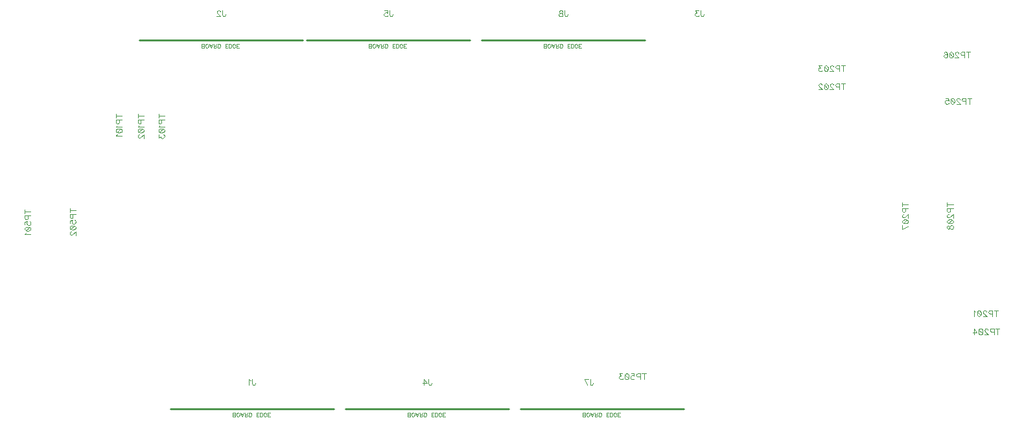
<source format=gbr>
G04 DipTrace 2.4.0.2*
%INBottomAssy.gbr*%
%MOIN*%
%ADD10C,0.0098*%
%ADD12C,0.003*%
%ADD120C,0.0046*%
%FSLAX44Y44*%
G04*
G70*
G90*
G75*
G01*
%LNBotAssy*%
%LPD*%
X10311Y402D2*
D10*
X18689D1*
X8711Y19402D2*
X17089D1*
X19311Y402D2*
X27689D1*
X17311Y19402D2*
X25689D1*
X28311Y402D2*
X36689D1*
X26311Y19402D2*
X34689D1*
X14511Y1939D2*
D120*
Y1710D1*
X14525Y1667D1*
X14539Y1652D1*
X14568Y1638D1*
X14597D1*
X14625Y1652D1*
X14640Y1667D1*
X14654Y1710D1*
Y1738D1*
X14418Y1882D2*
X14389Y1896D1*
X14346Y1939D1*
Y1638D1*
X12975Y20939D2*
Y20710D1*
X12989Y20667D1*
X13004Y20652D1*
X13032Y20638D1*
X13061D1*
X13090Y20652D1*
X13104Y20667D1*
X13119Y20710D1*
Y20738D1*
X12868Y20867D2*
Y20882D1*
X12854Y20910D1*
X12839Y20925D1*
X12810Y20939D1*
X12753D1*
X12725Y20925D1*
X12710Y20910D1*
X12696Y20882D1*
Y20853D1*
X12710Y20824D1*
X12739Y20781D1*
X12882Y20638D1*
X12681D1*
X37575Y20939D2*
Y20710D1*
X37589Y20667D1*
X37604Y20652D1*
X37632Y20638D1*
X37661D1*
X37690Y20652D1*
X37704Y20667D1*
X37719Y20710D1*
Y20738D1*
X37454Y20939D2*
X37296D1*
X37382Y20824D1*
X37339D1*
X37310Y20810D1*
X37296Y20796D1*
X37281Y20753D1*
Y20724D1*
X37296Y20681D1*
X37325Y20652D1*
X37368Y20638D1*
X37411D1*
X37454Y20652D1*
X37468Y20667D1*
X37482Y20695D1*
X23582Y1939D2*
Y1710D1*
X23596Y1667D1*
X23611Y1652D1*
X23640Y1638D1*
X23668D1*
X23697Y1652D1*
X23711Y1667D1*
X23726Y1710D1*
Y1738D1*
X23346Y1638D2*
Y1939D1*
X23489Y1738D1*
X23274D1*
X21575Y20939D2*
Y20710D1*
X21589Y20667D1*
X21604Y20652D1*
X21632Y20638D1*
X21661D1*
X21690Y20652D1*
X21704Y20667D1*
X21719Y20710D1*
Y20738D1*
X21310Y20939D2*
X21454D1*
X21468Y20810D1*
X21454Y20824D1*
X21410Y20839D1*
X21368D1*
X21325Y20824D1*
X21296Y20796D1*
X21281Y20753D1*
Y20724D1*
X21296Y20681D1*
X21325Y20652D1*
X21368Y20638D1*
X21410D1*
X21454Y20652D1*
X21468Y20667D1*
X21482Y20695D1*
X31887Y1939D2*
Y1710D1*
X31902Y1667D1*
X31916Y1652D1*
X31945Y1638D1*
X31974D1*
X32002Y1652D1*
X32016Y1667D1*
X32031Y1710D1*
Y1738D1*
X31737Y1638D2*
X31594Y1939D1*
X31795D1*
X30575Y20939D2*
Y20710D1*
X30589Y20667D1*
X30604Y20652D1*
X30632Y20638D1*
X30661D1*
X30690Y20652D1*
X30704Y20667D1*
X30718Y20710D1*
Y20738D1*
X30411Y20939D2*
X30453Y20925D1*
X30468Y20896D1*
Y20867D1*
X30453Y20839D1*
X30425Y20824D1*
X30367Y20810D1*
X30324Y20796D1*
X30296Y20767D1*
X30282Y20738D1*
Y20695D1*
X30296Y20667D1*
X30310Y20652D1*
X30353Y20638D1*
X30411D1*
X30453Y20652D1*
X30468Y20667D1*
X30482Y20695D1*
Y20738D1*
X30468Y20767D1*
X30439Y20796D1*
X30396Y20810D1*
X30339Y20824D1*
X30310Y20839D1*
X30296Y20867D1*
Y20896D1*
X30310Y20925D1*
X30353Y20939D1*
X30411D1*
X7498Y15503D2*
X7800D1*
X7498Y15604D2*
Y15403D1*
X7656Y15310D2*
Y15181D1*
X7642Y15138D1*
X7627Y15124D1*
X7599Y15109D1*
X7556D1*
X7527Y15124D1*
X7512Y15138D1*
X7498Y15181D1*
Y15310D1*
X7800D1*
X7556Y15017D2*
X7541Y14988D1*
X7498Y14945D1*
X7800D1*
X7498Y14766D2*
X7513Y14809D1*
X7556Y14838D1*
X7627Y14852D1*
X7671D1*
X7742Y14838D1*
X7785Y14809D1*
X7800Y14766D1*
Y14737D1*
X7785Y14694D1*
X7742Y14666D1*
X7671Y14651D1*
X7627D1*
X7556Y14666D1*
X7513Y14694D1*
X7498Y14737D1*
Y14766D1*
X7556Y14666D2*
X7742Y14838D1*
X7556Y14559D2*
X7541Y14530D1*
X7498Y14487D1*
X7800D1*
X8623Y15505D2*
X8925D1*
X8623Y15606D2*
Y15405D1*
X8781Y15312D2*
Y15183D1*
X8767Y15140D1*
X8752Y15126D1*
X8724Y15111D1*
X8681D1*
X8652Y15126D1*
X8637Y15140D1*
X8623Y15183D1*
Y15312D1*
X8925D1*
X8681Y15019D2*
X8666Y14990D1*
X8623Y14947D1*
X8925D1*
X8623Y14768D2*
X8638Y14811D1*
X8681Y14840D1*
X8752Y14854D1*
X8796D1*
X8867Y14840D1*
X8910Y14811D1*
X8925Y14768D1*
Y14739D1*
X8910Y14696D1*
X8867Y14668D1*
X8796Y14653D1*
X8752D1*
X8681Y14668D1*
X8638Y14696D1*
X8623Y14739D1*
Y14768D1*
X8681Y14668D2*
X8867Y14840D1*
X8695Y14546D2*
X8681D1*
X8652Y14532D1*
X8638Y14517D1*
X8623Y14489D1*
Y14431D1*
X8638Y14403D1*
X8652Y14388D1*
X8681Y14374D1*
X8709D1*
X8738Y14388D1*
X8781Y14417D1*
X8925Y14561D1*
Y14360D1*
X9686Y15505D2*
X9987D1*
X9686Y15606D2*
Y15405D1*
X9844Y15312D2*
Y15183D1*
X9829Y15140D1*
X9815Y15126D1*
X9786Y15111D1*
X9743D1*
X9715Y15126D1*
X9700Y15140D1*
X9686Y15183D1*
Y15312D1*
X9987D1*
X9743Y15019D2*
X9729Y14990D1*
X9686Y14947D1*
X9987D1*
X9686Y14768D2*
X9700Y14811D1*
X9743Y14840D1*
X9815Y14854D1*
X9858D1*
X9930Y14840D1*
X9973Y14811D1*
X9987Y14768D1*
Y14739D1*
X9973Y14696D1*
X9930Y14668D1*
X9858Y14653D1*
X9815D1*
X9743Y14668D1*
X9700Y14696D1*
X9686Y14739D1*
Y14768D1*
X9743Y14668D2*
X9930Y14840D1*
X9686Y14532D2*
Y14374D1*
X9801Y14460D1*
Y14417D1*
X9815Y14388D1*
X9829Y14374D1*
X9872Y14360D1*
X9901D1*
X9944Y14374D1*
X9973Y14403D1*
X9987Y14446D1*
Y14489D1*
X9973Y14532D1*
X9958Y14546D1*
X9930Y14561D1*
X52773Y5485D2*
Y5183D1*
X52873Y5485D2*
X52672D1*
X52580Y5327D2*
X52450D1*
X52407Y5341D1*
X52393Y5356D1*
X52379Y5384D1*
Y5427D1*
X52393Y5456D1*
X52407Y5470D1*
X52450Y5485D1*
X52580D1*
Y5183D1*
X52271Y5413D2*
Y5427D1*
X52257Y5456D1*
X52243Y5470D1*
X52214Y5484D1*
X52157D1*
X52128Y5470D1*
X52114Y5456D1*
X52099Y5427D1*
Y5398D1*
X52114Y5370D1*
X52142Y5327D1*
X52286Y5183D1*
X52085D1*
X51906Y5484D2*
X51949Y5470D1*
X51978Y5427D1*
X51992Y5355D1*
Y5312D1*
X51978Y5241D1*
X51949Y5197D1*
X51906Y5183D1*
X51878D1*
X51835Y5197D1*
X51806Y5241D1*
X51791Y5312D1*
Y5355D1*
X51806Y5427D1*
X51835Y5470D1*
X51878Y5484D1*
X51906D1*
X51806Y5427D2*
X51978Y5241D1*
X51699Y5427D2*
X51670Y5441D1*
X51627Y5484D1*
Y5183D1*
X44900Y17172D2*
Y16871D1*
X45000Y17172D2*
X44799D1*
X44707Y17014D2*
X44577D1*
X44534Y17029D1*
X44520Y17043D1*
X44506Y17072D1*
Y17115D1*
X44520Y17143D1*
X44534Y17158D1*
X44577Y17172D1*
X44707D1*
Y16871D1*
X44398Y17100D2*
Y17115D1*
X44384Y17143D1*
X44370Y17158D1*
X44341Y17172D1*
X44284D1*
X44255Y17158D1*
X44241Y17143D1*
X44226Y17115D1*
Y17086D1*
X44241Y17057D1*
X44269Y17014D1*
X44413Y16871D1*
X44212D1*
X44033Y17172D2*
X44076Y17158D1*
X44105Y17115D1*
X44119Y17043D1*
Y17000D1*
X44105Y16928D1*
X44076Y16885D1*
X44033Y16871D1*
X44005D1*
X43961Y16885D1*
X43933Y16928D1*
X43918Y17000D1*
Y17043D1*
X43933Y17115D1*
X43961Y17158D1*
X44005Y17172D1*
X44033D1*
X43933Y17115D2*
X44105Y16928D1*
X43811Y17100D2*
Y17115D1*
X43797Y17143D1*
X43783Y17158D1*
X43754Y17172D1*
X43696D1*
X43668Y17158D1*
X43654Y17143D1*
X43639Y17115D1*
Y17086D1*
X43654Y17057D1*
X43682Y17014D1*
X43826Y16871D1*
X43625D1*
X44900Y18110D2*
Y17808D1*
X45000Y18110D2*
X44799D1*
X44707Y17952D2*
X44577D1*
X44534Y17966D1*
X44520Y17981D1*
X44506Y18009D1*
Y18052D1*
X44520Y18081D1*
X44534Y18095D1*
X44577Y18110D1*
X44707D1*
Y17808D1*
X44398Y18038D2*
Y18052D1*
X44384Y18081D1*
X44370Y18095D1*
X44341Y18109D1*
X44284D1*
X44255Y18095D1*
X44241Y18081D1*
X44226Y18052D1*
Y18023D1*
X44241Y17994D1*
X44269Y17952D1*
X44413Y17808D1*
X44212D1*
X44033Y18109D2*
X44076Y18095D1*
X44105Y18052D1*
X44119Y17980D1*
Y17937D1*
X44105Y17865D1*
X44076Y17822D1*
X44033Y17808D1*
X44005D1*
X43961Y17822D1*
X43933Y17865D1*
X43918Y17937D1*
Y17980D1*
X43933Y18052D1*
X43961Y18095D1*
X44005Y18109D1*
X44033D1*
X43933Y18052D2*
X44105Y17865D1*
X43797Y18109D2*
X43639D1*
X43725Y17994D1*
X43682D1*
X43654Y17980D1*
X43639Y17966D1*
X43625Y17923D1*
Y17894D1*
X43639Y17851D1*
X43668Y17822D1*
X43711Y17808D1*
X43754D1*
X43797Y17822D1*
X43811Y17837D1*
X43826Y17865D1*
X52844Y4547D2*
Y4246D1*
X52945Y4547D2*
X52744D1*
X52651Y4389D2*
X52522D1*
X52479Y4404D1*
X52464Y4418D1*
X52450Y4447D1*
Y4490D1*
X52464Y4518D1*
X52479Y4533D1*
X52522Y4547D1*
X52651D1*
Y4246D1*
X52343Y4475D2*
Y4489D1*
X52329Y4518D1*
X52314Y4533D1*
X52286Y4547D1*
X52228D1*
X52200Y4533D1*
X52185Y4518D1*
X52171Y4489D1*
Y4461D1*
X52185Y4432D1*
X52214Y4389D1*
X52358Y4246D1*
X52157D1*
X51978Y4547D2*
X52021Y4533D1*
X52050Y4489D1*
X52064Y4418D1*
Y4375D1*
X52050Y4303D1*
X52021Y4260D1*
X51978Y4246D1*
X51949D1*
X51906Y4260D1*
X51878Y4303D1*
X51863Y4375D1*
Y4418D1*
X51878Y4489D1*
X51906Y4533D1*
X51949Y4547D1*
X51978D1*
X51878Y4489D2*
X52050Y4303D1*
X51627Y4246D2*
Y4547D1*
X51770Y4346D1*
X51555D1*
X51405Y16424D2*
Y16122D1*
X51506Y16424D2*
X51305D1*
X51212Y16266D2*
X51083D1*
X51040Y16280D1*
X51025Y16295D1*
X51011Y16323D1*
Y16366D1*
X51025Y16395D1*
X51040Y16410D1*
X51083Y16424D1*
X51212D1*
Y16122D1*
X50904Y16352D2*
Y16366D1*
X50890Y16395D1*
X50875Y16409D1*
X50846Y16423D1*
X50789D1*
X50761Y16409D1*
X50746Y16395D1*
X50732Y16366D1*
Y16338D1*
X50746Y16309D1*
X50775Y16266D1*
X50918Y16122D1*
X50717D1*
X50539Y16423D2*
X50582Y16409D1*
X50611Y16366D1*
X50625Y16294D1*
Y16251D1*
X50611Y16180D1*
X50582Y16137D1*
X50539Y16122D1*
X50510D1*
X50467Y16137D1*
X50438Y16180D1*
X50424Y16251D1*
Y16294D1*
X50438Y16366D1*
X50467Y16409D1*
X50510Y16423D1*
X50539D1*
X50438Y16366D2*
X50611Y16180D1*
X50159Y16423D2*
X50302D1*
X50317Y16294D1*
X50302Y16309D1*
X50259Y16323D1*
X50217D1*
X50173Y16309D1*
X50145Y16280D1*
X50130Y16237D1*
Y16209D1*
X50145Y16165D1*
X50173Y16137D1*
X50217Y16122D1*
X50259D1*
X50302Y16137D1*
X50317Y16151D1*
X50331Y16180D1*
X51335Y18799D2*
Y18498D1*
X51436Y18799D2*
X51235D1*
X51142Y18641D2*
X51013D1*
X50970Y18655D1*
X50956Y18670D1*
X50941Y18699D1*
Y18742D1*
X50956Y18770D1*
X50970Y18785D1*
X51013Y18799D1*
X51142D1*
Y18498D1*
X50834Y18727D2*
Y18741D1*
X50820Y18770D1*
X50806Y18784D1*
X50777Y18799D1*
X50719D1*
X50691Y18784D1*
X50677Y18770D1*
X50662Y18741D1*
Y18713D1*
X50677Y18684D1*
X50705Y18641D1*
X50849Y18498D1*
X50648D1*
X50469Y18799D2*
X50512Y18784D1*
X50541Y18741D1*
X50555Y18670D1*
Y18627D1*
X50541Y18555D1*
X50512Y18512D1*
X50469Y18498D1*
X50440D1*
X50397Y18512D1*
X50369Y18555D1*
X50354Y18627D1*
Y18670D1*
X50369Y18741D1*
X50397Y18784D1*
X50440Y18799D1*
X50469D1*
X50369Y18741D2*
X50541Y18555D1*
X50089Y18756D2*
X50104Y18784D1*
X50147Y18799D1*
X50175D1*
X50218Y18784D1*
X50247Y18741D1*
X50261Y18670D1*
Y18598D1*
X50247Y18541D1*
X50218Y18512D1*
X50175Y18498D1*
X50161D1*
X50118Y18512D1*
X50089Y18541D1*
X50075Y18584D1*
Y18598D1*
X50089Y18641D1*
X50118Y18670D1*
X50161Y18684D1*
X50175D1*
X50218Y18670D1*
X50247Y18641D1*
X50261Y18598D1*
X47936Y10945D2*
X48237D1*
X47936Y11045D2*
Y10844D1*
X48094Y10752D2*
Y10623D1*
X48079Y10580D1*
X48065Y10565D1*
X48036Y10551D1*
X47993D1*
X47965Y10565D1*
X47950Y10580D1*
X47936Y10623D1*
Y10752D1*
X48237D1*
X48008Y10444D2*
X47993D1*
X47965Y10429D1*
X47950Y10415D1*
X47936Y10386D1*
Y10329D1*
X47950Y10300D1*
X47965Y10286D1*
X47993Y10272D1*
X48022D1*
X48051Y10286D1*
X48094Y10315D1*
X48237Y10458D1*
Y10257D1*
X47936Y10078D2*
X47950Y10122D1*
X47993Y10150D1*
X48065Y10165D1*
X48108D1*
X48180Y10150D1*
X48223Y10122D1*
X48237Y10078D1*
Y10050D1*
X48223Y10007D1*
X48180Y9978D1*
X48108Y9964D1*
X48065D1*
X47993Y9978D1*
X47950Y10007D1*
X47936Y10050D1*
Y10078D1*
X47993Y9978D2*
X48180Y10150D1*
X48237Y9814D2*
X47936Y9670D1*
Y9871D1*
X50248Y10945D2*
X50550D1*
X50248Y11045D2*
Y10844D1*
X50406Y10752D2*
Y10622D1*
X50392Y10580D1*
X50377Y10565D1*
X50349Y10551D1*
X50306D1*
X50277Y10565D1*
X50262Y10580D1*
X50248Y10622D1*
Y10752D1*
X50550D1*
X50320Y10444D2*
X50306D1*
X50277Y10429D1*
X50263Y10415D1*
X50248Y10386D1*
Y10329D1*
X50263Y10300D1*
X50277Y10286D1*
X50306Y10271D1*
X50334D1*
X50363Y10286D1*
X50406Y10315D1*
X50550Y10458D1*
Y10257D1*
X50248Y10078D2*
X50263Y10121D1*
X50306Y10150D1*
X50377Y10165D1*
X50421D1*
X50492Y10150D1*
X50535Y10121D1*
X50550Y10078D1*
Y10050D1*
X50535Y10007D1*
X50492Y9978D1*
X50421Y9964D1*
X50377D1*
X50306Y9978D1*
X50263Y10007D1*
X50248Y10050D1*
Y10078D1*
X50306Y9978D2*
X50492Y10150D1*
X50248Y9799D2*
X50263Y9842D1*
X50291Y9857D1*
X50320D1*
X50349Y9842D1*
X50363Y9814D1*
X50377Y9756D1*
X50392Y9713D1*
X50421Y9685D1*
X50449Y9670D1*
X50492D1*
X50521Y9685D1*
X50535Y9699D1*
X50550Y9742D1*
Y9799D1*
X50535Y9842D1*
X50521Y9857D1*
X50492Y9871D1*
X50449D1*
X50421Y9857D1*
X50392Y9828D1*
X50377Y9785D1*
X50363Y9728D1*
X50349Y9699D1*
X50320Y9685D1*
X50291D1*
X50263Y9699D1*
X50248Y9742D1*
Y9799D1*
X2811Y10568D2*
X3112D1*
X2811Y10668D2*
Y10467D1*
X2969Y10375D2*
Y10246D1*
X2954Y10203D1*
X2940Y10188D1*
X2911Y10174D1*
X2868D1*
X2840Y10188D1*
X2825Y10203D1*
X2811Y10246D1*
Y10375D1*
X3112D1*
X2811Y9909D2*
Y10052D1*
X2940Y10067D1*
X2926Y10052D1*
X2911Y10009D1*
Y9967D1*
X2926Y9923D1*
X2954Y9895D1*
X2997Y9880D1*
X3026D1*
X3069Y9895D1*
X3098Y9923D1*
X3112Y9967D1*
Y10009D1*
X3098Y10052D1*
X3083Y10067D1*
X3055Y10081D1*
X2811Y9701D2*
X2825Y9745D1*
X2868Y9773D1*
X2940Y9788D1*
X2983D1*
X3055Y9773D1*
X3098Y9745D1*
X3112Y9701D1*
Y9673D1*
X3098Y9630D1*
X3055Y9601D1*
X2983Y9587D1*
X2940D1*
X2868Y9601D1*
X2825Y9630D1*
X2811Y9673D1*
Y9701D1*
X2868Y9601D2*
X3055Y9773D1*
X2868Y9494D2*
X2854Y9465D1*
X2811Y9422D1*
X3112D1*
X5123Y10632D2*
X5425D1*
X5123Y10733D2*
Y10532D1*
X5281Y10439D2*
Y10310D1*
X5267Y10267D1*
X5252Y10253D1*
X5224Y10238D1*
X5181D1*
X5152Y10253D1*
X5137Y10267D1*
X5123Y10310D1*
Y10439D1*
X5425D1*
X5124Y9974D2*
Y10117D1*
X5252Y10131D1*
X5238Y10117D1*
X5224Y10074D1*
Y10031D1*
X5238Y9988D1*
X5267Y9959D1*
X5310Y9945D1*
X5338D1*
X5381Y9959D1*
X5410Y9988D1*
X5425Y10031D1*
Y10074D1*
X5410Y10117D1*
X5396Y10131D1*
X5367Y10146D1*
X5124Y9766D2*
X5138Y9809D1*
X5181Y9838D1*
X5252Y9852D1*
X5296D1*
X5367Y9838D1*
X5410Y9809D1*
X5425Y9766D1*
Y9737D1*
X5410Y9694D1*
X5367Y9666D1*
X5296Y9651D1*
X5252D1*
X5181Y9666D1*
X5138Y9694D1*
X5124Y9737D1*
Y9766D1*
X5181Y9666D2*
X5367Y9838D1*
X5195Y9544D2*
X5181D1*
X5152Y9530D1*
X5138Y9515D1*
X5124Y9487D1*
X5123Y9429D1*
X5138Y9401D1*
X5152Y9386D1*
X5181Y9372D1*
X5209D1*
X5238Y9386D1*
X5281Y9415D1*
X5425Y9559D1*
Y9358D1*
X34650Y2234D2*
Y1933D1*
X34750Y2234D2*
X34549D1*
X34457Y2077D2*
X34327D1*
X34284Y2091D1*
X34270Y2105D1*
X34256Y2134D1*
Y2177D1*
X34270Y2206D1*
X34284Y2220D1*
X34327Y2234D1*
X34457D1*
Y1933D1*
X33991Y2234D2*
X34134D1*
X34148Y2105D1*
X34134Y2119D1*
X34091Y2134D1*
X34048D1*
X34005Y2119D1*
X33976Y2091D1*
X33962Y2048D1*
Y2019D1*
X33976Y1976D1*
X34005Y1947D1*
X34048Y1933D1*
X34091D1*
X34134Y1947D1*
X34148Y1962D1*
X34163Y1990D1*
X33783Y2234D2*
X33826Y2220D1*
X33855Y2177D1*
X33869Y2105D1*
Y2062D1*
X33855Y1990D1*
X33826Y1947D1*
X33783Y1933D1*
X33755D1*
X33712Y1947D1*
X33683Y1990D1*
X33668Y2062D1*
Y2105D1*
X33683Y2177D1*
X33712Y2220D1*
X33755Y2234D1*
X33783D1*
X33683Y2177D2*
X33855Y1990D1*
X33547Y2234D2*
X33389D1*
X33475Y2119D1*
X33432D1*
X33404Y2105D1*
X33389Y2091D1*
X33375Y2048D1*
Y2019D1*
X33389Y1976D1*
X33418Y1947D1*
X33461Y1933D1*
X33504D1*
X33547Y1947D1*
X33561Y1962D1*
X33576Y1990D1*
X13505Y19D2*
D12*
Y220D1*
X13592D1*
X13620Y210D1*
X13630Y200D1*
X13639Y181D1*
Y153D1*
X13630Y133D1*
X13620Y124D1*
X13592Y114D1*
X13620Y105D1*
X13630Y95D1*
X13639Y76D1*
Y57D1*
X13630Y38D1*
X13620Y28D1*
X13592Y19D1*
X13505D1*
Y114D2*
X13592D1*
X13759Y19D2*
X13739Y28D1*
X13720Y47D1*
X13711Y66D1*
X13701Y95D1*
Y143D1*
X13711Y172D1*
X13720Y191D1*
X13739Y210D1*
X13759Y220D1*
X13797D1*
X13816Y210D1*
X13835Y191D1*
X13845Y172D1*
X13854Y143D1*
Y95D1*
X13845Y66D1*
X13835Y47D1*
X13816Y28D1*
X13797Y19D1*
X13759D1*
X14069Y220D2*
X13992Y19D1*
X13916Y220D1*
X13945Y153D2*
X14040D1*
X14131Y114D2*
X14217D1*
X14246Y105D1*
X14255Y95D1*
X14265Y76D1*
Y57D1*
X14255Y38D1*
X14246Y28D1*
X14217Y19D1*
X14131D1*
Y220D1*
X14198Y114D2*
X14265Y220D1*
X14327Y19D2*
Y220D1*
X14394D1*
X14422Y210D1*
X14442Y191D1*
X14451Y172D1*
X14461Y143D1*
Y95D1*
X14451Y66D1*
X14442Y47D1*
X14422Y28D1*
X14394Y19D1*
X14327D1*
X14841D2*
X14717D1*
Y220D1*
X14841D1*
X14717Y114D2*
X14793D1*
X14903Y19D2*
Y220D1*
X14970D1*
X14998Y210D1*
X15018Y191D1*
X15027Y172D1*
X15037Y143D1*
Y95D1*
X15027Y66D1*
X15018Y47D1*
X14998Y28D1*
X14970Y19D1*
X14903D1*
X15242Y66D2*
X15232Y47D1*
X15213Y28D1*
X15194Y19D1*
X15156D1*
X15137Y28D1*
X15118Y47D1*
X15108Y66D1*
X15098Y95D1*
Y143D1*
X15108Y172D1*
X15118Y191D1*
X15137Y210D1*
X15156Y220D1*
X15194D1*
X15213Y210D1*
X15232Y191D1*
X15242Y172D1*
Y143D1*
X15194D1*
X15428Y19D2*
X15304D1*
Y220D1*
X15428D1*
X15304Y114D2*
X15380D1*
X11905Y19019D2*
Y19220D1*
X11992D1*
X12020Y19210D1*
X12030Y19200D1*
X12039Y19181D1*
Y19153D1*
X12030Y19133D1*
X12020Y19124D1*
X11992Y19114D1*
X12020Y19105D1*
X12030Y19095D1*
X12039Y19076D1*
Y19057D1*
X12030Y19038D1*
X12020Y19028D1*
X11992Y19019D1*
X11905D1*
Y19114D2*
X11992D1*
X12159Y19019D2*
X12139Y19028D1*
X12120Y19047D1*
X12111Y19066D1*
X12101Y19095D1*
Y19143D1*
X12111Y19172D1*
X12120Y19191D1*
X12139Y19210D1*
X12159Y19220D1*
X12197D1*
X12216Y19210D1*
X12235Y19191D1*
X12245Y19172D1*
X12254Y19143D1*
Y19095D1*
X12245Y19066D1*
X12235Y19047D1*
X12216Y19028D1*
X12197Y19019D1*
X12159D1*
X12469Y19220D2*
X12392Y19019D1*
X12316Y19220D1*
X12345Y19153D2*
X12440D1*
X12531Y19114D2*
X12617D1*
X12646Y19105D1*
X12655Y19095D1*
X12665Y19076D1*
Y19057D1*
X12655Y19038D1*
X12646Y19028D1*
X12617Y19019D1*
X12531D1*
Y19220D1*
X12598Y19114D2*
X12665Y19220D1*
X12727Y19019D2*
Y19220D1*
X12794D1*
X12822Y19210D1*
X12842Y19191D1*
X12851Y19172D1*
X12861Y19143D1*
Y19095D1*
X12851Y19066D1*
X12842Y19047D1*
X12822Y19028D1*
X12794Y19019D1*
X12727D1*
X13241D2*
X13117D1*
Y19220D1*
X13241D1*
X13117Y19114D2*
X13193D1*
X13303Y19019D2*
Y19220D1*
X13370D1*
X13398Y19210D1*
X13418Y19191D1*
X13427Y19172D1*
X13437Y19143D1*
Y19095D1*
X13427Y19066D1*
X13418Y19047D1*
X13398Y19028D1*
X13370Y19019D1*
X13303D1*
X13642Y19066D2*
X13632Y19047D1*
X13613Y19028D1*
X13594Y19019D1*
X13556D1*
X13537Y19028D1*
X13518Y19047D1*
X13508Y19066D1*
X13498Y19095D1*
Y19143D1*
X13508Y19172D1*
X13518Y19191D1*
X13537Y19210D1*
X13556Y19220D1*
X13594D1*
X13613Y19210D1*
X13632Y19191D1*
X13642Y19172D1*
Y19143D1*
X13594D1*
X13828Y19019D2*
X13704D1*
Y19220D1*
X13828D1*
X13704Y19114D2*
X13780D1*
X22505Y19D2*
Y220D1*
X22592D1*
X22620Y210D1*
X22630Y200D1*
X22639Y181D1*
Y153D1*
X22630Y133D1*
X22620Y124D1*
X22592Y114D1*
X22620Y105D1*
X22630Y95D1*
X22639Y76D1*
Y57D1*
X22630Y38D1*
X22620Y28D1*
X22592Y19D1*
X22505D1*
Y114D2*
X22592D1*
X22759Y19D2*
X22739Y28D1*
X22720Y47D1*
X22711Y66D1*
X22701Y95D1*
Y143D1*
X22711Y172D1*
X22720Y191D1*
X22739Y210D1*
X22759Y220D1*
X22797D1*
X22816Y210D1*
X22835Y191D1*
X22845Y172D1*
X22854Y143D1*
Y95D1*
X22845Y66D1*
X22835Y47D1*
X22816Y28D1*
X22797Y19D1*
X22759D1*
X23069Y220D2*
X22992Y19D1*
X22916Y220D1*
X22945Y153D2*
X23040D1*
X23131Y114D2*
X23217D1*
X23246Y105D1*
X23255Y95D1*
X23265Y76D1*
Y57D1*
X23255Y38D1*
X23246Y28D1*
X23217Y19D1*
X23131D1*
Y220D1*
X23198Y114D2*
X23265Y220D1*
X23327Y19D2*
Y220D1*
X23394D1*
X23422Y210D1*
X23442Y191D1*
X23451Y172D1*
X23461Y143D1*
Y95D1*
X23451Y66D1*
X23442Y47D1*
X23422Y28D1*
X23394Y19D1*
X23327D1*
X23841D2*
X23717D1*
Y220D1*
X23841D1*
X23717Y114D2*
X23793D1*
X23903Y19D2*
Y220D1*
X23970D1*
X23998Y210D1*
X24018Y191D1*
X24027Y172D1*
X24037Y143D1*
Y95D1*
X24027Y66D1*
X24018Y47D1*
X23998Y28D1*
X23970Y19D1*
X23903D1*
X24242Y66D2*
X24232Y47D1*
X24213Y28D1*
X24194Y19D1*
X24156D1*
X24137Y28D1*
X24118Y47D1*
X24108Y66D1*
X24098Y95D1*
Y143D1*
X24108Y172D1*
X24118Y191D1*
X24137Y210D1*
X24156Y220D1*
X24194D1*
X24213Y210D1*
X24232Y191D1*
X24242Y172D1*
Y143D1*
X24194D1*
X24428Y19D2*
X24304D1*
Y220D1*
X24428D1*
X24304Y114D2*
X24380D1*
X20505Y19019D2*
Y19220D1*
X20592D1*
X20620Y19210D1*
X20630Y19200D1*
X20639Y19181D1*
Y19153D1*
X20630Y19133D1*
X20620Y19124D1*
X20592Y19114D1*
X20620Y19105D1*
X20630Y19095D1*
X20639Y19076D1*
Y19057D1*
X20630Y19038D1*
X20620Y19028D1*
X20592Y19019D1*
X20505D1*
Y19114D2*
X20592D1*
X20759Y19019D2*
X20739Y19028D1*
X20720Y19047D1*
X20711Y19066D1*
X20701Y19095D1*
Y19143D1*
X20711Y19172D1*
X20720Y19191D1*
X20739Y19210D1*
X20759Y19220D1*
X20797D1*
X20816Y19210D1*
X20835Y19191D1*
X20845Y19172D1*
X20854Y19143D1*
Y19095D1*
X20845Y19066D1*
X20835Y19047D1*
X20816Y19028D1*
X20797Y19019D1*
X20759D1*
X21069Y19220D2*
X20992Y19019D1*
X20916Y19220D1*
X20945Y19153D2*
X21040D1*
X21131Y19114D2*
X21217D1*
X21246Y19105D1*
X21255Y19095D1*
X21265Y19076D1*
Y19057D1*
X21255Y19038D1*
X21246Y19028D1*
X21217Y19019D1*
X21131D1*
Y19220D1*
X21198Y19114D2*
X21265Y19220D1*
X21327Y19019D2*
Y19220D1*
X21394D1*
X21422Y19210D1*
X21442Y19191D1*
X21451Y19172D1*
X21461Y19143D1*
Y19095D1*
X21451Y19066D1*
X21442Y19047D1*
X21422Y19028D1*
X21394Y19019D1*
X21327D1*
X21841D2*
X21717D1*
Y19220D1*
X21841D1*
X21717Y19114D2*
X21793D1*
X21903Y19019D2*
Y19220D1*
X21970D1*
X21998Y19210D1*
X22018Y19191D1*
X22027Y19172D1*
X22037Y19143D1*
Y19095D1*
X22027Y19066D1*
X22018Y19047D1*
X21998Y19028D1*
X21970Y19019D1*
X21903D1*
X22242Y19066D2*
X22232Y19047D1*
X22213Y19028D1*
X22194Y19019D1*
X22156D1*
X22137Y19028D1*
X22118Y19047D1*
X22108Y19066D1*
X22098Y19095D1*
Y19143D1*
X22108Y19172D1*
X22118Y19191D1*
X22137Y19210D1*
X22156Y19220D1*
X22194D1*
X22213Y19210D1*
X22232Y19191D1*
X22242Y19172D1*
Y19143D1*
X22194D1*
X22428Y19019D2*
X22304D1*
Y19220D1*
X22428D1*
X22304Y19114D2*
X22380D1*
X31505Y19D2*
Y220D1*
X31592D1*
X31620Y210D1*
X31630Y200D1*
X31639Y181D1*
Y153D1*
X31630Y133D1*
X31620Y124D1*
X31592Y114D1*
X31620Y105D1*
X31630Y95D1*
X31639Y76D1*
Y57D1*
X31630Y38D1*
X31620Y28D1*
X31592Y19D1*
X31505D1*
Y114D2*
X31592D1*
X31759Y19D2*
X31739Y28D1*
X31720Y47D1*
X31711Y66D1*
X31701Y95D1*
Y143D1*
X31711Y172D1*
X31720Y191D1*
X31739Y210D1*
X31759Y220D1*
X31797D1*
X31816Y210D1*
X31835Y191D1*
X31845Y172D1*
X31854Y143D1*
Y95D1*
X31845Y66D1*
X31835Y47D1*
X31816Y28D1*
X31797Y19D1*
X31759D1*
X32069Y220D2*
X31992Y19D1*
X31916Y220D1*
X31945Y153D2*
X32040D1*
X32131Y114D2*
X32217D1*
X32246Y105D1*
X32255Y95D1*
X32265Y76D1*
Y57D1*
X32255Y38D1*
X32246Y28D1*
X32217Y19D1*
X32131D1*
Y220D1*
X32198Y114D2*
X32265Y220D1*
X32327Y19D2*
Y220D1*
X32394D1*
X32422Y210D1*
X32442Y191D1*
X32451Y172D1*
X32461Y143D1*
Y95D1*
X32451Y66D1*
X32442Y47D1*
X32422Y28D1*
X32394Y19D1*
X32327D1*
X32841D2*
X32717D1*
Y220D1*
X32841D1*
X32717Y114D2*
X32793D1*
X32903Y19D2*
Y220D1*
X32970D1*
X32998Y210D1*
X33018Y191D1*
X33027Y172D1*
X33037Y143D1*
Y95D1*
X33027Y66D1*
X33018Y47D1*
X32998Y28D1*
X32970Y19D1*
X32903D1*
X33242Y66D2*
X33232Y47D1*
X33213Y28D1*
X33194Y19D1*
X33156D1*
X33137Y28D1*
X33118Y47D1*
X33108Y66D1*
X33098Y95D1*
Y143D1*
X33108Y172D1*
X33118Y191D1*
X33137Y210D1*
X33156Y220D1*
X33194D1*
X33213Y210D1*
X33232Y191D1*
X33242Y172D1*
Y143D1*
X33194D1*
X33428Y19D2*
X33304D1*
Y220D1*
X33428D1*
X33304Y114D2*
X33380D1*
X29505Y19019D2*
Y19220D1*
X29592D1*
X29620Y19210D1*
X29630Y19200D1*
X29639Y19181D1*
Y19153D1*
X29630Y19133D1*
X29620Y19124D1*
X29592Y19114D1*
X29620Y19105D1*
X29630Y19095D1*
X29639Y19076D1*
Y19057D1*
X29630Y19038D1*
X29620Y19028D1*
X29592Y19019D1*
X29505D1*
Y19114D2*
X29592D1*
X29759Y19019D2*
X29739Y19028D1*
X29720Y19047D1*
X29711Y19066D1*
X29701Y19095D1*
Y19143D1*
X29711Y19172D1*
X29720Y19191D1*
X29739Y19210D1*
X29759Y19220D1*
X29797D1*
X29816Y19210D1*
X29835Y19191D1*
X29845Y19172D1*
X29854Y19143D1*
Y19095D1*
X29845Y19066D1*
X29835Y19047D1*
X29816Y19028D1*
X29797Y19019D1*
X29759D1*
X30069Y19220D2*
X29992Y19019D1*
X29916Y19220D1*
X29945Y19153D2*
X30040D1*
X30131Y19114D2*
X30217D1*
X30246Y19105D1*
X30255Y19095D1*
X30265Y19076D1*
Y19057D1*
X30255Y19038D1*
X30246Y19028D1*
X30217Y19019D1*
X30131D1*
Y19220D1*
X30198Y19114D2*
X30265Y19220D1*
X30327Y19019D2*
Y19220D1*
X30394D1*
X30422Y19210D1*
X30442Y19191D1*
X30451Y19172D1*
X30461Y19143D1*
Y19095D1*
X30451Y19066D1*
X30442Y19047D1*
X30422Y19028D1*
X30394Y19019D1*
X30327D1*
X30841D2*
X30717D1*
Y19220D1*
X30841D1*
X30717Y19114D2*
X30793D1*
X30903Y19019D2*
Y19220D1*
X30970D1*
X30998Y19210D1*
X31018Y19191D1*
X31027Y19172D1*
X31037Y19143D1*
Y19095D1*
X31027Y19066D1*
X31018Y19047D1*
X30998Y19028D1*
X30970Y19019D1*
X30903D1*
X31242Y19066D2*
X31232Y19047D1*
X31213Y19028D1*
X31194Y19019D1*
X31156D1*
X31137Y19028D1*
X31118Y19047D1*
X31108Y19066D1*
X31098Y19095D1*
Y19143D1*
X31108Y19172D1*
X31118Y19191D1*
X31137Y19210D1*
X31156Y19220D1*
X31194D1*
X31213Y19210D1*
X31232Y19191D1*
X31242Y19172D1*
Y19143D1*
X31194D1*
X31428Y19019D2*
X31304D1*
Y19220D1*
X31428D1*
X31304Y19114D2*
X31380D1*
M02*

</source>
